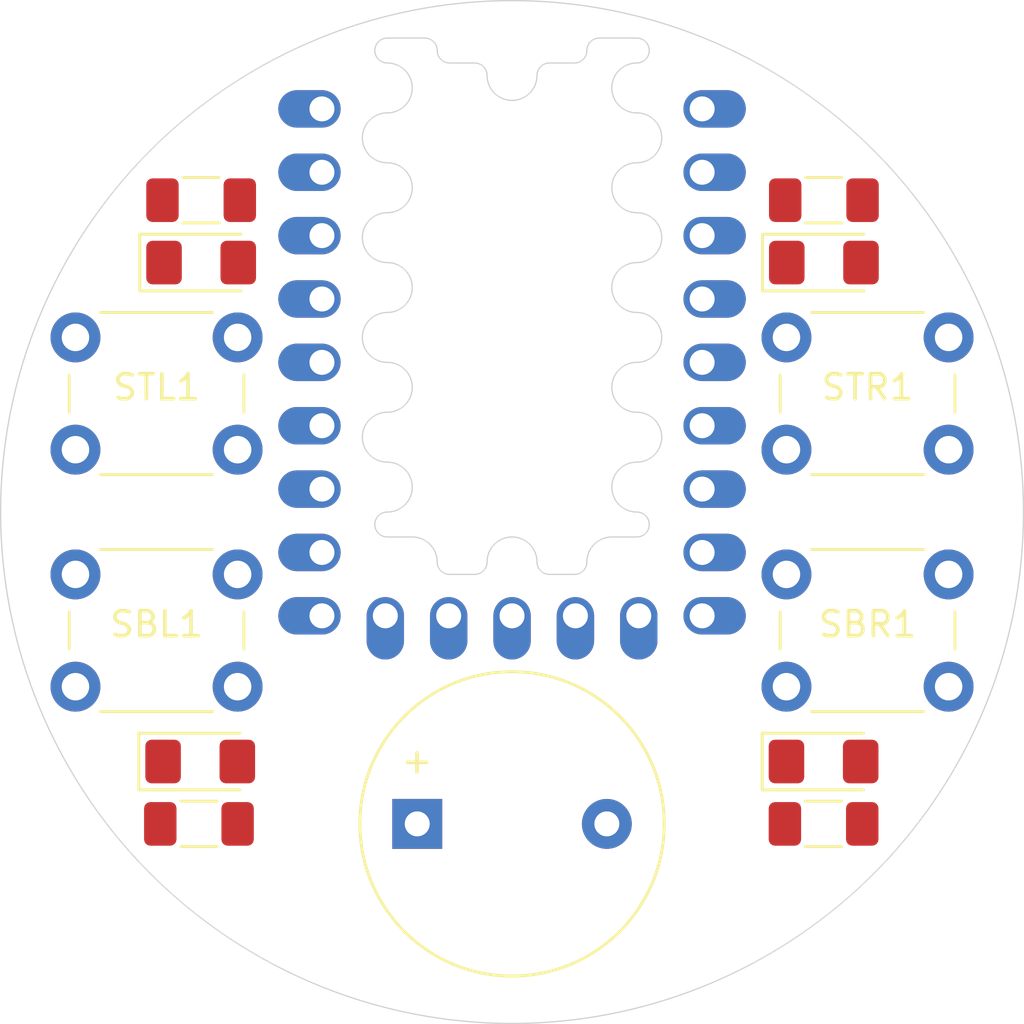
<source format=kicad_pcb>
(kicad_pcb (version 20240108) (generator "pcbnew") (generator_version "8.0")
  (layers (0 "F.Cu" signal) (31 "B.Cu" signal) (34 "B.Paste" user) (35 "F.Paste" user) (36 "B.SilkS" user "B.Silkscreen") (37 "F.SilkS" user "F.Silkscreen") (38 "B.Mask" user) (39 "F.Mask" user) (44 "Edge.Cuts" user))
  (net 0 "")
  (net 1 "Net-(BL1-A)")
  (net 2 "GND")
  (net 3 "Net-(BR1-A)")
  (net 4 "Net-(TL1-A)")
  (net 5 "Net-(U1-5)")
  (net 6 "Net-(U1-4)")
  (net 7 "Net-(TR1-A)")
  (net 8 "Net-(U1-3)")
  (net 9 "Net-(U1-2)")
  (net 10 "Net-(U1-13)")
  (net 11 "Net-(U1-12)")
  (net 12 "Net-(U1-11)")
  (net 13 "Net-(U1-10)")
  (net 18 "Net-(BZ1-+)")
  (footprint "LED_SMD:LED_1206_3216Metric_Pad1.42x1.75mm_HandSolder" (layer "F.Cu") (at 137.5 60)
    (property "Reference" "BL1" (hide yes))
    (property "Value" "LED" (hide yes))
    (fp_line (start -2.46 -1.135) (end -2.46 1.135) (stroke (width 0.12)) (layer "F.SilkS"))
    (fp_line (start -2.46 1.135) (end 1.6 1.135) (stroke (width 0.12)) (layer "F.SilkS"))
    (fp_line (start 1.6 -1.135) (end -2.46 -1.135) (stroke (width 0.12)) (layer "F.SilkS"))
    (pad "1" smd roundrect (at -1.4875 0) (size 1.425 1.75) (layers "F.Cu" "F.Paste" "F.Mask") (roundrect_rratio 0.175439) (net 2 "GND"))
    (pad "2" smd roundrect (at 1.4875 0) (size 1.425 1.75) (layers "F.Cu" "F.Paste" "F.Mask") (roundrect_rratio 0.175439) (net 1 "Net-(BL1-A)"))
  )
  (footprint "Resistor_SMD:R_1206_3216Metric_Pad1.30x1.75mm_HandSolder" (layer "F.Cu") (at 162.4875 62.5)
    (property "Reference" "R4" (hide yes))
    (property "Value" "220 Ω" (hide yes))
    (fp_line (start -0.727064 -0.91) (end 0.727064 -0.91) (stroke (width 0.12)) (layer "F.SilkS"))
    (fp_line (start -0.727064 0.91) (end 0.727064 0.91) (stroke (width 0.12)) (layer "F.SilkS"))
    (pad "1" smd roundrect (at -1.55 0) (size 1.3 1.75) (layers "F.Cu" "F.Paste" "F.Mask") (roundrect_rratio 0.192308) (net 9 "Net-(U1-2)"))
    (pad "2" smd roundrect (at 1.55 0) (size 1.3 1.75) (layers "F.Cu" "F.Paste" "F.Mask") (roundrect_rratio 0.192308) (net 3 "Net-(BR1-A)"))
  )
  (footprint "LED_SMD:LED_1206_3216Metric_Pad1.42x1.75mm_HandSolder" (layer "F.Cu") (at 162.4875 60)
    (property "Reference" "BR1" (hide yes))
    (property "Value" "LED" (hide yes))
    (fp_line (start -2.46 -1.135) (end -2.46 1.135) (stroke (width 0.12)) (layer "F.SilkS"))
    (fp_line (start -2.46 1.135) (end 1.6 1.135) (stroke (width 0.12)) (layer "F.SilkS"))
    (fp_line (start 1.6 -1.135) (end -2.46 -1.135) (stroke (width 0.12)) (layer "F.SilkS"))
    (pad "1" smd roundrect (at -1.4875 0) (size 1.425 1.75) (layers "F.Cu" "F.Paste" "F.Mask") (roundrect_rratio 0.175439) (net 2 "GND"))
    (pad "2" smd roundrect (at 1.4875 0) (size 1.425 1.75) (layers "F.Cu" "F.Paste" "F.Mask") (roundrect_rratio 0.175439) (net 3 "Net-(BR1-A)"))
  )
  (footprint "Resistor_SMD:R_1206_3216Metric_Pad1.30x1.75mm_HandSolder" (layer "F.Cu") (at 137.5375 37.5)
    (property "Reference" "R1" (hide yes))
    (property "Value" "220 Ω" (hide yes))
    (fp_line (start -0.727064 -0.91) (end 0.727064 -0.91) (stroke (width 0.12)) (layer "F.SilkS"))
    (fp_line (start -0.727064 0.91) (end 0.727064 0.91) (stroke (width 0.12)) (layer "F.SilkS"))
    (pad "1" smd roundrect (at -1.55 0) (size 1.3 1.75) (layers "F.Cu" "F.Paste" "F.Mask") (roundrect_rratio 0.192308) (net 5 "Net-(U1-5)"))
    (pad "2" smd roundrect (at 1.55 0) (size 1.3 1.75) (layers "F.Cu" "F.Paste" "F.Mask") (roundrect_rratio 0.192308) (net 4 "Net-(TL1-A)"))
  )
  (footprint "LED_SMD:LED_1206_3216Metric_Pad1.42x1.75mm_HandSolder" (layer "F.Cu") (at 162.5 40)
    (property "Reference" "TR1" (hide yes))
    (property "Value" "LED" (hide yes))
    (fp_line (start -2.46 -1.135) (end -2.46 1.135) (stroke (width 0.12)) (layer "F.SilkS"))
    (fp_line (start -2.46 1.135) (end 1.6 1.135) (stroke (width 0.12)) (layer "F.SilkS"))
    (fp_line (start 1.6 -1.135) (end -2.46 -1.135) (stroke (width 0.12)) (layer "F.SilkS"))
    (pad "1" smd roundrect (at -1.4875 0) (size 1.425 1.75) (layers "F.Cu" "F.Paste" "F.Mask") (roundrect_rratio 0.175439) (net 2 "GND"))
    (pad "2" smd roundrect (at 1.4875 0) (size 1.425 1.75) (layers "F.Cu" "F.Paste" "F.Mask") (roundrect_rratio 0.175439) (net 7 "Net-(TR1-A)"))
  )
  (footprint "Button_Switch_THT:SW_PUSH_6mm" (layer "F.Cu") (at 161 52.5)
    (property "Reference" "SBR1" (at 3.25 2 0) (layer "F.SilkS"))
    (property "Value" "SW_Push" (hide yes))
    (fp_line (start -0.25 1.5) (end -0.25 3) (stroke (width 0.12)) (layer "F.SilkS"))
    (fp_line (start 1 5.5) (end 5.5 5.5) (stroke (width 0.12)) (layer "F.SilkS"))
    (fp_line (start 5.5 -1) (end 1 -1) (stroke (width 0.12)) (layer "F.SilkS"))
    (fp_line (start 6.75 3) (end 6.75 1.5) (stroke (width 0.12)) (layer "F.SilkS"))
    (pad "1" thru_hole circle (at 0 0 90) (size 2 2) (drill 1.1) (layers "*.Cu" "*.Mask") (net 11 "Net-(U1-12)"))
    (pad "1" thru_hole circle (at 6.5 0 90) (size 2 2) (drill 1.1) (layers "*.Cu" "*.Mask") (net 11 "Net-(U1-12)"))
    (pad "2" thru_hole circle (at 0 4.5 90) (size 2 2) (drill 1.1) (layers "*.Cu" "*.Mask") (net 2 "GND"))
    (pad "2" thru_hole circle (at 6.5 4.5 90) (size 2 2) (drill 1.1) (layers "*.Cu" "*.Mask") (net 2 "GND"))
  )
  (footprint "Button_Switch_THT:SW_PUSH_6mm" (layer "F.Cu") (at 132.5 43)
    (property "Reference" "STL1" (at 3.25 2 0) (layer "F.SilkS"))
    (property "Value" "SW_Push" (hide yes))
    (fp_line (start -0.25 1.5) (end -0.25 3) (stroke (width 0.12)) (layer "F.SilkS"))
    (fp_line (start 1 5.5) (end 5.5 5.5) (stroke (width 0.12)) (layer "F.SilkS"))
    (fp_line (start 5.5 -1) (end 1 -1) (stroke (width 0.12)) (layer "F.SilkS"))
    (fp_line (start 6.75 3) (end 6.75 1.5) (stroke (width 0.12)) (layer "F.SilkS"))
    (pad "1" thru_hole circle (at 0 0 90) (size 2 2) (drill 1.1) (layers "*.Cu" "*.Mask") (net 12 "Net-(U1-11)"))
    (pad "1" thru_hole circle (at 6.5 0 90) (size 2 2) (drill 1.1) (layers "*.Cu" "*.Mask") (net 12 "Net-(U1-11)"))
    (pad "2" thru_hole circle (at 0 4.5 90) (size 2 2) (drill 1.1) (layers "*.Cu" "*.Mask") (net 2 "GND"))
    (pad "2" thru_hole circle (at 6.5 4.5 90) (size 2 2) (drill 1.1) (layers "*.Cu" "*.Mask") (net 2 "GND"))
  )
  (footprint "Resistor_SMD:R_1206_3216Metric_Pad1.30x1.75mm_HandSolder" (layer "F.Cu") (at 137.45 62.5)
    (property "Reference" "R3" (hide yes))
    (property "Value" "220 Ω" (hide yes))
    (fp_line (start -0.727064 -0.91) (end 0.727064 -0.91) (stroke (width 0.12)) (layer "F.SilkS"))
    (fp_line (start -0.727064 0.91) (end 0.727064 0.91) (stroke (width 0.12)) (layer "F.SilkS"))
    (pad "1" smd roundrect (at -1.55 0) (size 1.3 1.75) (layers "F.Cu" "F.Paste" "F.Mask") (roundrect_rratio 0.192308) (net 8 "Net-(U1-3)"))
    (pad "2" smd roundrect (at 1.55 0) (size 1.3 1.75) (layers "F.Cu" "F.Paste" "F.Mask") (roundrect_rratio 0.192308) (net 1 "Net-(BL1-A)"))
  )
  (footprint "Button_Switch_THT:SW_PUSH_6mm" (layer "F.Cu") (at 132.5 52.5)
    (property "Reference" "SBL1" (at 3.25 2 0) (layer "F.SilkS"))
    (property "Value" "SW_Push" (hide yes))
    (fp_line (start -0.25 1.5) (end -0.25 3) (stroke (width 0.12)) (layer "F.SilkS"))
    (fp_line (start 1 5.5) (end 5.5 5.5) (stroke (width 0.12)) (layer "F.SilkS"))
    (fp_line (start 5.5 -1) (end 1 -1) (stroke (width 0.12)) (layer "F.SilkS"))
    (fp_line (start 6.75 3) (end 6.75 1.5) (stroke (width 0.12)) (layer "F.SilkS"))
    (pad "1" thru_hole circle (at 0 0 90) (size 2 2) (drill 1.1) (layers "*.Cu" "*.Mask") (net 10 "Net-(U1-13)"))
    (pad "1" thru_hole circle (at 6.5 0 90) (size 2 2) (drill 1.1) (layers "*.Cu" "*.Mask") (net 10 "Net-(U1-13)"))
    (pad "2" thru_hole circle (at 0 4.5 90) (size 2 2) (drill 1.1) (layers "*.Cu" "*.Mask") (net 2 "GND"))
    (pad "2" thru_hole circle (at 6.5 4.5 90) (size 2 2) (drill 1.1) (layers "*.Cu" "*.Mask") (net 2 "GND"))
  )
  (footprint "Button_Switch_THT:SW_PUSH_6mm" (layer "F.Cu") (at 161 43)
    (property "Reference" "STR1" (at 3.25 2 0) (layer "F.SilkS"))
    (property "Value" "SW_Push" (hide yes))
    (fp_line (start -0.25 1.5) (end -0.25 3) (stroke (width 0.12)) (layer "F.SilkS"))
    (fp_line (start 1 5.5) (end 5.5 5.5) (stroke (width 0.12)) (layer "F.SilkS"))
    (fp_line (start 5.5 -1) (end 1 -1) (stroke (width 0.12)) (layer "F.SilkS"))
    (fp_line (start 6.75 3) (end 6.75 1.5) (stroke (width 0.12)) (layer "F.SilkS"))
    (pad "1" thru_hole circle (at 0 0 90) (size 2 2) (drill 1.1) (layers "*.Cu" "*.Mask") (net 13 "Net-(U1-10)"))
    (pad "1" thru_hole circle (at 6.5 0 90) (size 2 2) (drill 1.1) (layers "*.Cu" "*.Mask") (net 13 "Net-(U1-10)"))
    (pad "2" thru_hole circle (at 0 4.5 90) (size 2 2) (drill 1.1) (layers "*.Cu" "*.Mask") (net 2 "GND"))
    (pad "2" thru_hole circle (at 6.5 4.5 90) (size 2 2) (drill 1.1) (layers "*.Cu" "*.Mask") (net 2 "GND"))
  )
  (footprint "Buzzer_Beeper:Buzzer_12x9.5RM7.6" (layer "F.Cu") (at 146.2 62.5)
    (property "Reference" "BZ1" (hide yes))
    (property "Value" "Buzzer" (hide yes))
    (fp_circle (center 3.8 0) (end 9.9 0) (stroke (width 0.12)) (fill none) (layer "F.SilkS"))
    (fp_text user "+" (at -0.01 -2.54 0) (layer "F.SilkS"))
    (pad "1" thru_hole rect (at 0 0) (size 2 2) (drill 1) (layers "*.Cu" "*.Mask") (net 18 "Net-(BZ1-+)"))
    (pad "2" thru_hole circle (at 7.6 0) (size 2 2) (drill 1) (layers "*.Cu" "*.Mask") (net 2 "GND"))
  )
  (footprint "LED_SMD:LED_1206_3216Metric_Pad1.42x1.75mm_HandSolder" (layer "F.Cu") (at 137.5375 40)
    (property "Reference" "TL1" (hide yes))
    (property "Value" "LED" (hide yes))
    (fp_line (start -2.46 -1.135) (end -2.46 1.135) (stroke (width 0.12)) (layer "F.SilkS"))
    (fp_line (start -2.46 1.135) (end 1.6 1.135) (stroke (width 0.12)) (layer "F.SilkS"))
    (fp_line (start 1.6 -1.135) (end -2.46 -1.135) (stroke (width 0.12)) (layer "F.SilkS"))
    (pad "1" smd roundrect (at -1.4875 0) (size 1.425 1.75) (layers "F.Cu" "F.Paste" "F.Mask") (roundrect_rratio 0.175439) (net 2 "GND"))
    (pad "2" smd roundrect (at 1.4875 0) (size 1.425 1.75) (layers "F.Cu" "F.Paste" "F.Mask") (roundrect_rratio 0.175439) (net 4 "Net-(TL1-A)"))
  )
  (footprint "mcu:rp2040-zero-tht" (layer "F.Cu") (at 150 44)
    (property "Reference" "U1" (hide yes))
    (property "Value" "rp2040-zero" (hide yes))
    (pad "1" thru_hole oval (at 7.62 -10.16 180) (size 2.5 1.5) (drill 1 (offset -0.5 0)) (layers "*.Cu" "*.Mask"))
    (pad "2" thru_hole oval (at 7.62 -7.62 180) (size 2.5 1.5) (drill 1 (offset -0.5 0)) (layers "*.Cu" "*.Mask"))
    (pad "3" thru_hole oval (at 7.62 -5.08 180) (size 2.5 1.5) (drill 1 (offset -0.5 0)) (layers "*.Cu" "*.Mask") (net 9 "Net-(U1-2)"))
    (pad "4" thru_hole oval (at 7.62 -2.54 180) (size 2.5 1.5) (drill 1 (offset -0.5 0)) (layers "*.Cu" "*.Mask") (net 8 "Net-(U1-3)"))
    (pad "5" thru_hole oval (at 7.62 0 180) (size 2.5 1.5) (drill 1 (offset -0.5 0)) (layers "*.Cu" "*.Mask") (net 6 "Net-(U1-4)"))
    (pad "6" thru_hole oval (at 7.62 2.54 180) (size 2.5 1.5) (drill 1 (offset -0.5 0)) (layers "*.Cu" "*.Mask") (net 5 "Net-(U1-5)"))
    (pad "7" thru_hole oval (at 7.62 5.08 180) (size 2.5 1.5) (drill 1 (offset -0.5 0)) (layers "*.Cu" "*.Mask") (net 18 "Net-(BZ1-+)"))
    (pad "8" thru_hole oval (at 7.62 7.62 180) (size 2.5 1.5) (drill 1 (offset -0.5 0)) (layers "*.Cu" "*.Mask"))
    (pad "9" thru_hole oval (at 7.62 10.16 180) (size 2.5 1.5) (drill 1 (offset -0.5 0)) (layers "*.Cu" "*.Mask"))
    (pad "10" thru_hole oval (at 5.08 10.16 90) (size 2.5 1.5) (drill 1 (offset -0.5 0)) (layers "*.Cu" "*.Mask"))
    (pad "11" thru_hole oval (at 2.54 10.16 90) (size 2.5 1.5) (drill 1 (offset -0.5 0)) (layers "*.Cu" "*.Mask") (net 13 "Net-(U1-10)"))
    (pad "12" thru_hole oval (at 0 10.16 90) (size 2.5 1.5) (drill 1 (offset -0.5 0)) (layers "*.Cu" "*.Mask") (net 12 "Net-(U1-11)"))
    (pad "13" thru_hole oval (at -2.54 10.16 90) (size 2.5 1.5) (drill 1 (offset -0.5 0)) (layers "*.Cu" "*.Mask") (net 11 "Net-(U1-12)"))
    (pad "14" thru_hole oval (at -5.08 10.16 90) (size 2.5 1.5) (drill 1 (offset -0.5 0)) (layers "*.Cu" "*.Mask") (net 10 "Net-(U1-13)"))
    (pad "15" thru_hole oval (at -7.62 10.16) (size 2.5 1.5) (drill 1 (offset -0.5 0)) (layers "*.Cu" "*.Mask"))
    (pad "16" thru_hole oval (at -7.62 7.62) (size 2.5 1.5) (drill 1 (offset -0.5 0)) (layers "*.Cu" "*.Mask"))
    (pad "17" thru_hole oval (at -7.62 5.08) (size 2.5 1.5) (drill 1 (offset -0.5 0)) (layers "*.Cu" "*.Mask"))
    (pad "18" thru_hole oval (at -7.62 2.54) (size 2.5 1.5) (drill 1 (offset -0.5 0)) (layers "*.Cu" "*.Mask"))
    (pad "19" thru_hole oval (at -7.62 0) (size 2.5 1.5) (drill 1 (offset -0.5 0)) (layers "*.Cu" "*.Mask"))
    (pad "20" thru_hole oval (at -7.62 -2.54) (size 2.5 1.5) (drill 1 (offset -0.5 0)) (layers "*.Cu" "*.Mask"))
    (pad "21" thru_hole oval (at -7.62 -5.08) (size 2.5 1.5) (drill 1 (offset -0.5 0)) (layers "*.Cu" "*.Mask"))
    (pad "22" thru_hole oval (at -7.62 -7.62) (size 2.5 1.5) (drill 1 (offset -0.5 0)) (layers "*.Cu" "*.Mask"))
    (pad "23" thru_hole oval (at -7.62 -10.16) (size 2.5 1.5) (drill 1 (offset -0.5 0)) (layers "*.Cu" "*.Mask"))
  )
  (footprint "Resistor_SMD:R_1206_3216Metric_Pad1.30x1.75mm_HandSolder" (layer "F.Cu") (at 162.5 37.5)
    (property "Reference" "R2" (hide yes))
    (property "Value" "220 Ω" (hide yes))
    (fp_line (start -0.727064 -0.91) (end 0.727064 -0.91) (stroke (width 0.12)) (layer "F.SilkS"))
    (fp_line (start -0.727064 0.91) (end 0.727064 0.91) (stroke (width 0.12)) (layer "F.SilkS"))
    (pad "1" smd roundrect (at -1.55 0) (size 1.3 1.75) (layers "F.Cu" "F.Paste" "F.Mask") (roundrect_rratio 0.192308) (net 6 "Net-(U1-4)"))
    (pad "2" smd roundrect (at 1.55 0) (size 1.3 1.75) (layers "F.Cu" "F.Paste" "F.Mask") (roundrect_rratio 0.192308) (net 7 "Net-(TR1-A)"))
  )
  (gr_arc (start 155 42) (mid 154 41) (end 155 40) (stroke (width 0.05)) (layer "Edge.Cuts"))
  (gr_arc (start 144.5 50.5) (mid 144.646447 50.146447) (end 145 50) (stroke (width 0.05)) (layer "Edge.Cuts"))
  (gr_arc (start 155 50) (mid 155.353553 50.146447) (end 155.5 50.5) (stroke (width 0.05)) (layer "Edge.Cuts"))
  (gr_arc (start 145 36) (mid 144 35) (end 145 34) (stroke (width 0.05)) (layer "Edge.Cuts"))
  (gr_arc (start 155 46) (mid 154 45) (end 155 44) (stroke (width 0.05)) (layer "Edge.Cuts"))
  (gr_arc (start 145 32) (mid 146 33) (end 145 34) (stroke (width 0.05)) (layer "Edge.Cuts"))
  (gr_arc (start 155 31) (mid 155.5 31.5) (end 155 32) (stroke (width 0.05)) (layer "Edge.Cuts"))
  (gr_arc (start 150 33.5) (mid 149.292893 33.207107) (end 149 32.5) (stroke (width 0.05)) (layer "Edge.Cuts"))
  (gr_arc (start 153 52) (mid 152.853553 52.353553) (end 152.5 52.5) (stroke (width 0.05)) (layer "Edge.Cuts"))
  (gr_arc (start 151 32.5) (mid 151.146447 32.146447) (end 151.5 32) (stroke (width 0.05)) (layer "Edge.Cuts"))
  (gr_arc (start 145 36) (mid 146 37) (end 145 38) (stroke (width 0.05)) (layer "Edge.Cuts"))
  (gr_arc (start 155 46) (mid 156 47) (end 155 48) (stroke (width 0.05)) (layer "Edge.Cuts"))
  (gr_arc (start 145 51.000002) (mid 144.646446 50.853554) (end 144.5 50.5) (stroke (width 0.05)) (layer "Edge.Cuts"))
  (gr_arc (start 145 32) (mid 144.5 31.5) (end 145 31) (stroke (width 0.05)) (layer "Edge.Cuts"))
  (gr_arc (start 155 34) (mid 156 35) (end 155 36) (stroke (width 0.05)) (layer "Edge.Cuts"))
  (gr_arc (start 155 34) (mid 154 33) (end 155 32) (stroke (width 0.05)) (layer "Edge.Cuts"))
  (gr_line (start 145 31) (end 146.5 31) (stroke (width 0.05)) (layer "Edge.Cuts"))
  (gr_arc (start 149 52) (mid 148.853553 52.353553) (end 148.5 52.5) (stroke (width 0.05)) (layer "Edge.Cuts"))
  (gr_line (start 151.5 32) (end 152.5 32) (stroke (width 0.05)) (layer "Edge.Cuts"))
  (gr_arc (start 147.5 32) (mid 147.146447 31.853553) (end 147 31.5) (stroke (width 0.05)) (layer "Edge.Cuts"))
  (gr_arc (start 145 40) (mid 146 41) (end 145 42) (stroke (width 0.05)) (layer "Edge.Cuts"))
  (gr_arc (start 147.5 52.5) (mid 147.146447 52.353553) (end 147 52) (stroke (width 0.05)) (layer "Edge.Cuts"))
  (gr_circle (center 150 50) (end 170.5 50) (stroke (width 0.05)) (fill none) (layer "Edge.Cuts"))
  (gr_arc (start 149 52) (mid 150 51) (end 151 52) (stroke (width 0.05)) (layer "Edge.Cuts"))
  (gr_arc (start 148.5 32) (mid 148.853553 32.146447) (end 149 32.5) (stroke (width 0.05)) (layer "Edge.Cuts"))
  (gr_arc (start 153 52) (mid 153.292893 51.292893) (end 154 51) (stroke (width 0.05)) (layer "Edge.Cuts"))
  (gr_arc (start 146.5 31) (mid 146.853553 31.146447) (end 147 31.5) (stroke (width 0.05)) (layer "Edge.Cuts"))
  (gr_arc (start 145 48) (mid 144 47) (end 145 46) (stroke (width 0.05)) (layer "Edge.Cuts"))
  (gr_arc (start 153 31.5) (mid 152.853553 31.853553) (end 152.5 32) (stroke (width 0.05)) (layer "Edge.Cuts"))
  (gr_arc (start 145 48) (mid 146 49) (end 145 50) (stroke (width 0.05)) (layer "Edge.Cuts"))
  (gr_arc (start 145 44) (mid 146 45) (end 145 46) (stroke (width 0.05)) (layer "Edge.Cuts"))
  (gr_arc (start 155 38) (mid 154 37) (end 155 36) (stroke (width 0.05)) (layer "Edge.Cuts"))
  (gr_line (start 145 51.000002) (end 146 51) (stroke (width 0.05)) (layer "Edge.Cuts"))
  (gr_arc (start 155.5 50.5) (mid 155.353553 50.853553) (end 155 51) (stroke (width 0.05)) (layer "Edge.Cuts"))
  (gr_line (start 152.5 52.5) (end 151.5 52.5) (stroke (width 0.05)) (layer "Edge.Cuts"))
  (gr_arc (start 151.5 52.5) (mid 151.146447 52.353553) (end 151 52) (stroke (width 0.05)) (layer "Edge.Cuts"))
  (gr_arc (start 153 31.5) (mid 153.146447 31.146447) (end 153.5 31) (stroke (width 0.05)) (layer "Edge.Cuts"))
  (gr_arc (start 145 44) (mid 144 43) (end 145 42) (stroke (width 0.05)) (layer "Edge.Cuts"))
  (gr_line (start 155 31) (end 153.5 31) (stroke (width 0.05)) (layer "Edge.Cuts"))
  (gr_arc (start 155 38) (mid 156 39) (end 155 40) (stroke (width 0.05)) (layer "Edge.Cuts"))
  (gr_arc (start 155 42) (mid 156 43) (end 155 44) (stroke (width 0.05)) (layer "Edge.Cuts"))
  (gr_arc (start 151 32.5) (mid 150.707107 33.207107) (end 150 33.5) (stroke (width 0.05)) (layer "Edge.Cuts"))
  (gr_line (start 147.5 32) (end 148.5 32) (stroke (width 0.05)) (layer "Edge.Cuts"))
  (gr_arc (start 145 40) (mid 144 39) (end 145 38) (stroke (width 0.05)) (layer "Edge.Cuts"))
  (gr_arc (start 155 50) (mid 154 49) (end 155 48) (stroke (width 0.05)) (layer "Edge.Cuts"))
  (gr_line (start 155 51) (end 154 51) (stroke (width 0.05)) (layer "Edge.Cuts"))
  (gr_line (start 148.5 52.5) (end 147.5 52.5) (stroke (width 0.05)) (layer "Edge.Cuts"))
  (gr_arc (start 146 51) (mid 146.707107 51.292893) (end 147 52) (stroke (width 0.05)) (layer "Edge.Cuts"))
)
</source>
